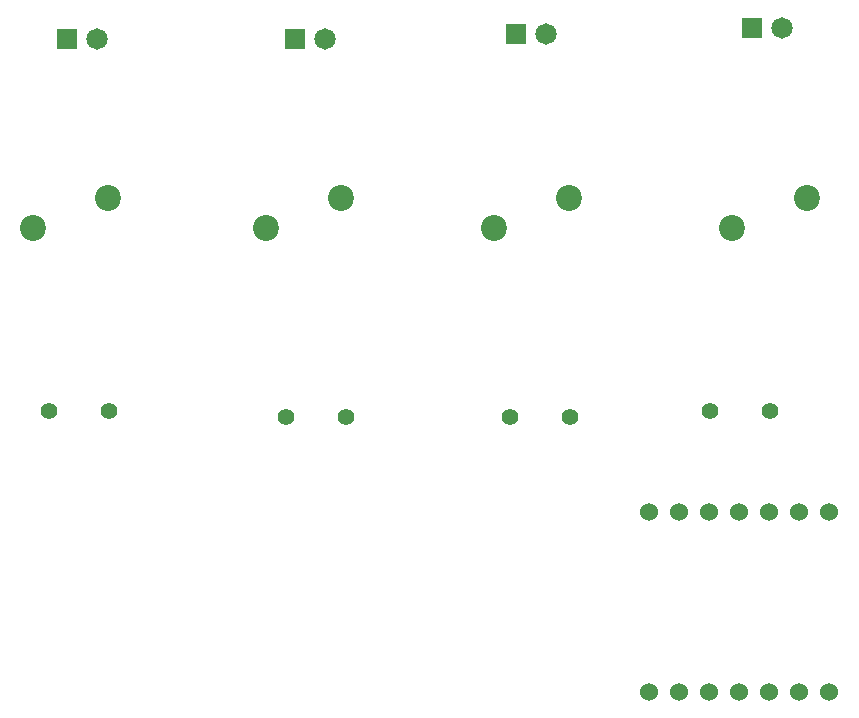
<source format=gbr>
%TF.GenerationSoftware,KiCad,Pcbnew,9.0.3-9.0.3-0~ubuntu24.04.1*%
%TF.CreationDate,2025-07-29T06:12:14+03:00*%
%TF.ProjectId,PCB,5043422e-6b69-4636-9164-5f7063625858,rev?*%
%TF.SameCoordinates,Original*%
%TF.FileFunction,Copper,L2,Bot*%
%TF.FilePolarity,Positive*%
%FSLAX46Y46*%
G04 Gerber Fmt 4.6, Leading zero omitted, Abs format (unit mm)*
G04 Created by KiCad (PCBNEW 9.0.3-9.0.3-0~ubuntu24.04.1) date 2025-07-29 06:12:14*
%MOMM*%
%LPD*%
G01*
G04 APERTURE LIST*
%TA.AperFunction,ComponentPad*%
%ADD10C,1.524000*%
%TD*%
%TA.AperFunction,ComponentPad*%
%ADD11C,1.400000*%
%TD*%
%TA.AperFunction,ComponentPad*%
%ADD12C,1.815000*%
%TD*%
%TA.AperFunction,ComponentPad*%
%ADD13R,1.815000X1.815000*%
%TD*%
%TA.AperFunction,ComponentPad*%
%ADD14C,2.200000*%
%TD*%
G04 APERTURE END LIST*
D10*
%TO.P,U1,14,VBUS*%
%TO.N,unconnected-(U1-VBUS-Pad14)*%
X230500000Y-113740000D03*
%TO.P,U1,13,GND*%
%TO.N,GND*%
X227960000Y-113740000D03*
%TO.P,U1,12,3V3*%
%TO.N,unconnected-(U1-3V3-Pad12)*%
X225420000Y-113740000D03*
%TO.P,U1,11,GPIO3/MOSI*%
%TO.N,unconnected-(U1-GPIO3{slash}MOSI-Pad11)*%
X222880000Y-113740000D03*
%TO.P,U1,10,GPIO4/MISO*%
%TO.N,unconnected-(U1-GPIO4{slash}MISO-Pad10)*%
X220340000Y-113740000D03*
%TO.P,U1,9,GPIO2/SCK*%
%TO.N,unconnected-(U1-GPIO2{slash}SCK-Pad9)*%
X217800000Y-113740000D03*
%TO.P,U1,8,GPIO1/RX*%
%TO.N,LED4*%
X215260000Y-113740000D03*
%TO.P,U1,7,GPIO0/TX*%
%TO.N,LED3*%
X215260000Y-98500000D03*
%TO.P,U1,6,GPIO7/SCL*%
%TO.N,LED2*%
X217800000Y-98500000D03*
%TO.P,U1,5,GPIO6/SDA*%
%TO.N,LED1*%
X220340000Y-98500000D03*
%TO.P,U1,4,GPIO29/ADC3/A3*%
%TO.N,Button4*%
X222880000Y-98500000D03*
%TO.P,U1,3,GPIO28/ADC2/A2*%
%TO.N,Button3*%
X225420000Y-98500000D03*
%TO.P,U1,2,GPIO27/ADC1/A1*%
%TO.N,Button2*%
X227960000Y-98500000D03*
%TO.P,U1,1,GPIO26/ADC0/A0*%
%TO.N,Button1*%
X230500000Y-98500000D03*
%TD*%
D11*
%TO.P,R4,2*%
%TO.N,LED1*%
X225500000Y-90000000D03*
%TO.P,R4,1*%
%TO.N,Net-(D4-PadA)*%
X220420000Y-90000000D03*
%TD*%
D12*
%TO.P,D1,A*%
%TO.N,Net-(D1-PadA)*%
X168500000Y-58500000D03*
D13*
%TO.P,D1,C*%
%TO.N,GND*%
X165960000Y-58500000D03*
%TD*%
D14*
%TO.P,SW4,1,1*%
%TO.N,Button4*%
X228620000Y-71960000D03*
%TO.P,SW4,2,2*%
%TO.N,GND*%
X222270000Y-74500000D03*
%TD*%
%TO.P,SW3,1,1*%
%TO.N,Button3*%
X208460000Y-71920000D03*
%TO.P,SW3,2,2*%
%TO.N,GND*%
X202110000Y-74460000D03*
%TD*%
%TO.P,SW2,1,1*%
%TO.N,Button2*%
X189120000Y-71960000D03*
%TO.P,SW2,2,2*%
%TO.N,GND*%
X182770000Y-74500000D03*
%TD*%
%TO.P,SW1,1,1*%
%TO.N,Button1*%
X169460000Y-71920000D03*
%TO.P,SW1,2,2*%
%TO.N,GND*%
X163110000Y-74460000D03*
%TD*%
D11*
%TO.P,R3,1*%
%TO.N,Net-(D3-PadA)*%
X203420000Y-90500000D03*
%TO.P,R3,2*%
%TO.N,LED2*%
X208500000Y-90500000D03*
%TD*%
%TO.P,R2,1*%
%TO.N,Net-(D2-PadA)*%
X184460000Y-90500000D03*
%TO.P,R2,2*%
%TO.N,LED3*%
X189540000Y-90500000D03*
%TD*%
D13*
%TO.P,D4,C*%
%TO.N,GND*%
X223960000Y-57500000D03*
D12*
%TO.P,D4,A*%
%TO.N,Net-(D4-PadA)*%
X226500000Y-57500000D03*
%TD*%
D13*
%TO.P,D3,C*%
%TO.N,GND*%
X203960000Y-58000000D03*
D12*
%TO.P,D3,A*%
%TO.N,Net-(D3-PadA)*%
X206500000Y-58000000D03*
%TD*%
D13*
%TO.P,D2,C*%
%TO.N,GND*%
X185230000Y-58500000D03*
D12*
%TO.P,D2,A*%
%TO.N,Net-(D2-PadA)*%
X187770000Y-58500000D03*
%TD*%
D11*
%TO.P,R1,1*%
%TO.N,Net-(D1-PadA)*%
X164460000Y-90000000D03*
%TO.P,R1,2*%
%TO.N,LED4*%
X169540000Y-90000000D03*
%TD*%
M02*

</source>
